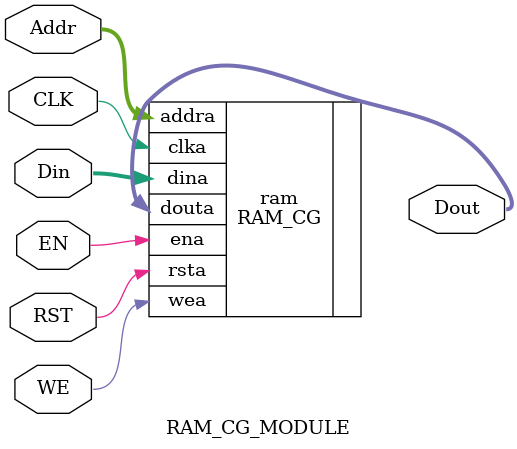
<source format=v>
`timescale 1ns / 1ps
module RAM_CG_MODULE(
    input [7:0] Din,
    input [7:0] Addr,
    input RST,
    input EN,
    input WE,
    input CLK,
    output [7:0] Dout
    );

RAM_CG ram (
  .clka(CLK), 
  .addra(Addr),
  .rsta(RST),
  .dina(Din), 
  .wea(WE),
  .ena(EN),
  .douta(Dout)
);

endmodule

</source>
